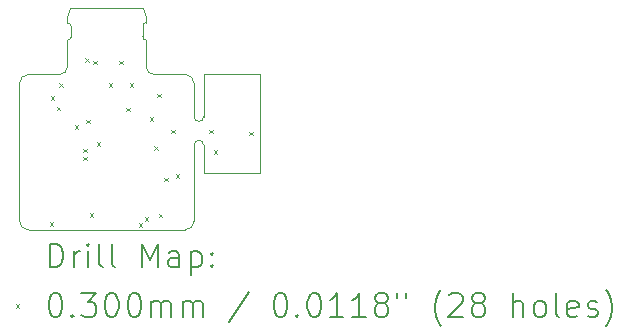
<source format=gbr>
%TF.GenerationSoftware,KiCad,Pcbnew,8.0.1-8.0.1-0~ubuntu20.04.1*%
%TF.CreationDate,2024-06-12T16:16:27+01:00*%
%TF.ProjectId,smolpad,736d6f6c-7061-4642-9e6b-696361645f70,rev?*%
%TF.SameCoordinates,Original*%
%TF.FileFunction,Drillmap*%
%TF.FilePolarity,Positive*%
%FSLAX45Y45*%
G04 Gerber Fmt 4.5, Leading zero omitted, Abs format (unit mm)*
G04 Created by KiCad (PCBNEW 8.0.1-8.0.1-0~ubuntu20.04.1) date 2024-06-12 16:16:27*
%MOMM*%
%LPD*%
G01*
G04 APERTURE LIST*
%ADD10C,0.050000*%
%ADD11C,0.200000*%
%ADD12C,0.100000*%
G04 APERTURE END LIST*
D10*
X4740000Y-3940000D02*
G75*
G02*
X4820000Y-3940000I40000J0D01*
G01*
X4334500Y-3280000D02*
X4334500Y-3222500D01*
X4740000Y-4580000D02*
G75*
G02*
X4660000Y-4660000I-80000J0D01*
G01*
X4820000Y-3700000D02*
X4820000Y-3340000D01*
X3665500Y-3280000D02*
G75*
G02*
X3605500Y-3340000I-60000J0D01*
G01*
X5300000Y-4180000D02*
X4820000Y-4180000D01*
X4740000Y-3700000D02*
X4740000Y-3420000D01*
X4394500Y-3340000D02*
G75*
G02*
X4334500Y-3280000I0J60000D01*
G01*
X3260000Y-3420000D02*
X3260000Y-4580000D01*
X4820000Y-3700000D02*
G75*
G02*
X4740000Y-3700000I-40000J0D01*
G01*
X4820000Y-4180000D02*
X4820000Y-3940000D01*
X3665500Y-3280000D02*
X3665500Y-3222500D01*
X3260000Y-3420000D02*
G75*
G02*
X3340000Y-3340000I80000J0D01*
G01*
X4660000Y-3340000D02*
G75*
G02*
X4740000Y-3420000I0J-80000D01*
G01*
X4660000Y-3340000D02*
X4394500Y-3340000D01*
X5300000Y-3340000D02*
X5300000Y-4180000D01*
X3340000Y-4660000D02*
G75*
G02*
X3260000Y-4580000I0J80000D01*
G01*
X3340000Y-3340000D02*
X3605500Y-3340000D01*
X4820000Y-3340000D02*
X5300000Y-3340000D01*
X4740000Y-4580000D02*
X4740000Y-3940000D01*
X3340000Y-4660000D02*
X4660000Y-4660000D01*
X3665500Y-2902500D02*
X3665500Y-2857500D01*
X3665500Y-3222500D02*
X3665500Y-3052500D01*
X3690500Y-2777500D02*
X3665500Y-2857500D01*
X3690500Y-2777500D02*
X4309500Y-2777500D01*
X3695500Y-2932500D02*
X3695500Y-3022500D01*
X4304500Y-2932500D02*
X4304500Y-3022500D01*
X4334500Y-2857500D02*
X4309500Y-2777500D01*
X4334500Y-2902500D02*
X4334500Y-2857500D01*
X4334500Y-3222500D02*
X4334500Y-3052500D01*
X3665500Y-2902500D02*
G75*
G02*
X3695500Y-2932500I0J-30000D01*
G01*
X3695500Y-3022500D02*
G75*
G02*
X3665500Y-3052500I-30000J0D01*
G01*
X4304500Y-2932500D02*
G75*
G02*
X4334500Y-2902500I30000J0D01*
G01*
X4334500Y-3052500D02*
G75*
G02*
X4304500Y-3022500I0J30000D01*
G01*
D11*
D12*
X3515000Y-4595000D02*
X3545000Y-4625000D01*
X3545000Y-4595000D02*
X3515000Y-4625000D01*
X3525000Y-3525000D02*
X3555000Y-3555000D01*
X3555000Y-3525000D02*
X3525000Y-3555000D01*
X3575000Y-3615000D02*
X3605000Y-3645000D01*
X3605000Y-3615000D02*
X3575000Y-3645000D01*
X3595000Y-3415000D02*
X3625000Y-3445000D01*
X3625000Y-3415000D02*
X3595000Y-3445000D01*
X3730000Y-3771000D02*
X3760000Y-3801000D01*
X3760000Y-3771000D02*
X3730000Y-3801000D01*
X3800000Y-3968891D02*
X3830000Y-3998891D01*
X3830000Y-3968891D02*
X3800000Y-3998891D01*
X3801509Y-4038778D02*
X3831509Y-4068778D01*
X3831509Y-4038778D02*
X3801509Y-4068778D01*
X3818345Y-3203619D02*
X3848345Y-3233619D01*
X3848345Y-3203619D02*
X3818345Y-3233619D01*
X3825000Y-3725000D02*
X3855000Y-3755000D01*
X3855000Y-3725000D02*
X3825000Y-3755000D01*
X3855000Y-4515000D02*
X3885000Y-4545000D01*
X3885000Y-4515000D02*
X3855000Y-4545000D01*
X3885000Y-3225000D02*
X3915000Y-3255000D01*
X3915000Y-3225000D02*
X3885000Y-3255000D01*
X3915719Y-3914281D02*
X3945719Y-3944281D01*
X3945719Y-3914281D02*
X3915719Y-3944281D01*
X4017340Y-3415000D02*
X4047340Y-3445000D01*
X4047340Y-3415000D02*
X4017340Y-3445000D01*
X4105000Y-3225000D02*
X4135000Y-3255000D01*
X4135000Y-3225000D02*
X4105000Y-3255000D01*
X4165000Y-3625000D02*
X4195000Y-3655000D01*
X4195000Y-3625000D02*
X4165000Y-3655000D01*
X4195000Y-3415000D02*
X4225000Y-3445000D01*
X4225000Y-3415000D02*
X4195000Y-3445000D01*
X4271979Y-4600000D02*
X4301979Y-4630000D01*
X4301979Y-4600000D02*
X4271979Y-4630000D01*
X4320172Y-4549346D02*
X4350172Y-4579346D01*
X4350172Y-4549346D02*
X4320172Y-4579346D01*
X4365000Y-3705000D02*
X4395000Y-3735000D01*
X4395000Y-3705000D02*
X4365000Y-3735000D01*
X4400000Y-3950000D02*
X4430000Y-3980000D01*
X4430000Y-3950000D02*
X4400000Y-3980000D01*
X4425000Y-3505000D02*
X4455000Y-3535000D01*
X4455000Y-3505000D02*
X4425000Y-3535000D01*
X4439099Y-4520000D02*
X4469099Y-4550000D01*
X4469099Y-4520000D02*
X4439099Y-4550000D01*
X4485000Y-4217500D02*
X4515000Y-4247500D01*
X4515000Y-4217500D02*
X4485000Y-4247500D01*
X4545000Y-3810000D02*
X4575000Y-3840000D01*
X4575000Y-3810000D02*
X4545000Y-3840000D01*
X4585000Y-4185000D02*
X4615000Y-4215000D01*
X4615000Y-4185000D02*
X4585000Y-4215000D01*
X4865000Y-3810254D02*
X4895000Y-3840254D01*
X4895000Y-3810254D02*
X4865000Y-3840254D01*
X4905000Y-3985000D02*
X4935000Y-4015000D01*
X4935000Y-3985000D02*
X4905000Y-4015000D01*
X5205000Y-3825000D02*
X5235000Y-3855000D01*
X5235000Y-3825000D02*
X5205000Y-3855000D01*
D11*
X3518277Y-4973984D02*
X3518277Y-4773984D01*
X3518277Y-4773984D02*
X3565896Y-4773984D01*
X3565896Y-4773984D02*
X3594467Y-4783508D01*
X3594467Y-4783508D02*
X3613515Y-4802555D01*
X3613515Y-4802555D02*
X3623039Y-4821603D01*
X3623039Y-4821603D02*
X3632562Y-4859698D01*
X3632562Y-4859698D02*
X3632562Y-4888270D01*
X3632562Y-4888270D02*
X3623039Y-4926365D01*
X3623039Y-4926365D02*
X3613515Y-4945412D01*
X3613515Y-4945412D02*
X3594467Y-4964460D01*
X3594467Y-4964460D02*
X3565896Y-4973984D01*
X3565896Y-4973984D02*
X3518277Y-4973984D01*
X3718277Y-4973984D02*
X3718277Y-4840650D01*
X3718277Y-4878746D02*
X3727801Y-4859698D01*
X3727801Y-4859698D02*
X3737324Y-4850174D01*
X3737324Y-4850174D02*
X3756372Y-4840650D01*
X3756372Y-4840650D02*
X3775420Y-4840650D01*
X3842086Y-4973984D02*
X3842086Y-4840650D01*
X3842086Y-4773984D02*
X3832562Y-4783508D01*
X3832562Y-4783508D02*
X3842086Y-4793031D01*
X3842086Y-4793031D02*
X3851610Y-4783508D01*
X3851610Y-4783508D02*
X3842086Y-4773984D01*
X3842086Y-4773984D02*
X3842086Y-4793031D01*
X3965896Y-4973984D02*
X3946848Y-4964460D01*
X3946848Y-4964460D02*
X3937324Y-4945412D01*
X3937324Y-4945412D02*
X3937324Y-4773984D01*
X4070658Y-4973984D02*
X4051610Y-4964460D01*
X4051610Y-4964460D02*
X4042086Y-4945412D01*
X4042086Y-4945412D02*
X4042086Y-4773984D01*
X4299229Y-4973984D02*
X4299229Y-4773984D01*
X4299229Y-4773984D02*
X4365896Y-4916841D01*
X4365896Y-4916841D02*
X4432563Y-4773984D01*
X4432563Y-4773984D02*
X4432563Y-4973984D01*
X4613515Y-4973984D02*
X4613515Y-4869222D01*
X4613515Y-4869222D02*
X4603991Y-4850174D01*
X4603991Y-4850174D02*
X4584944Y-4840650D01*
X4584944Y-4840650D02*
X4546848Y-4840650D01*
X4546848Y-4840650D02*
X4527801Y-4850174D01*
X4613515Y-4964460D02*
X4594467Y-4973984D01*
X4594467Y-4973984D02*
X4546848Y-4973984D01*
X4546848Y-4973984D02*
X4527801Y-4964460D01*
X4527801Y-4964460D02*
X4518277Y-4945412D01*
X4518277Y-4945412D02*
X4518277Y-4926365D01*
X4518277Y-4926365D02*
X4527801Y-4907317D01*
X4527801Y-4907317D02*
X4546848Y-4897793D01*
X4546848Y-4897793D02*
X4594467Y-4897793D01*
X4594467Y-4897793D02*
X4613515Y-4888270D01*
X4708753Y-4840650D02*
X4708753Y-5040650D01*
X4708753Y-4850174D02*
X4727801Y-4840650D01*
X4727801Y-4840650D02*
X4765896Y-4840650D01*
X4765896Y-4840650D02*
X4784944Y-4850174D01*
X4784944Y-4850174D02*
X4794467Y-4859698D01*
X4794467Y-4859698D02*
X4803991Y-4878746D01*
X4803991Y-4878746D02*
X4803991Y-4935889D01*
X4803991Y-4935889D02*
X4794467Y-4954936D01*
X4794467Y-4954936D02*
X4784944Y-4964460D01*
X4784944Y-4964460D02*
X4765896Y-4973984D01*
X4765896Y-4973984D02*
X4727801Y-4973984D01*
X4727801Y-4973984D02*
X4708753Y-4964460D01*
X4889705Y-4954936D02*
X4899229Y-4964460D01*
X4899229Y-4964460D02*
X4889705Y-4973984D01*
X4889705Y-4973984D02*
X4880182Y-4964460D01*
X4880182Y-4964460D02*
X4889705Y-4954936D01*
X4889705Y-4954936D02*
X4889705Y-4973984D01*
X4889705Y-4850174D02*
X4899229Y-4859698D01*
X4899229Y-4859698D02*
X4889705Y-4869222D01*
X4889705Y-4869222D02*
X4880182Y-4859698D01*
X4880182Y-4859698D02*
X4889705Y-4850174D01*
X4889705Y-4850174D02*
X4889705Y-4869222D01*
D12*
X3227500Y-5287500D02*
X3257500Y-5317500D01*
X3257500Y-5287500D02*
X3227500Y-5317500D01*
D11*
X3556372Y-5193984D02*
X3575420Y-5193984D01*
X3575420Y-5193984D02*
X3594467Y-5203508D01*
X3594467Y-5203508D02*
X3603991Y-5213031D01*
X3603991Y-5213031D02*
X3613515Y-5232079D01*
X3613515Y-5232079D02*
X3623039Y-5270174D01*
X3623039Y-5270174D02*
X3623039Y-5317793D01*
X3623039Y-5317793D02*
X3613515Y-5355889D01*
X3613515Y-5355889D02*
X3603991Y-5374936D01*
X3603991Y-5374936D02*
X3594467Y-5384460D01*
X3594467Y-5384460D02*
X3575420Y-5393984D01*
X3575420Y-5393984D02*
X3556372Y-5393984D01*
X3556372Y-5393984D02*
X3537324Y-5384460D01*
X3537324Y-5384460D02*
X3527801Y-5374936D01*
X3527801Y-5374936D02*
X3518277Y-5355889D01*
X3518277Y-5355889D02*
X3508753Y-5317793D01*
X3508753Y-5317793D02*
X3508753Y-5270174D01*
X3508753Y-5270174D02*
X3518277Y-5232079D01*
X3518277Y-5232079D02*
X3527801Y-5213031D01*
X3527801Y-5213031D02*
X3537324Y-5203508D01*
X3537324Y-5203508D02*
X3556372Y-5193984D01*
X3708753Y-5374936D02*
X3718277Y-5384460D01*
X3718277Y-5384460D02*
X3708753Y-5393984D01*
X3708753Y-5393984D02*
X3699229Y-5384460D01*
X3699229Y-5384460D02*
X3708753Y-5374936D01*
X3708753Y-5374936D02*
X3708753Y-5393984D01*
X3784943Y-5193984D02*
X3908753Y-5193984D01*
X3908753Y-5193984D02*
X3842086Y-5270174D01*
X3842086Y-5270174D02*
X3870658Y-5270174D01*
X3870658Y-5270174D02*
X3889705Y-5279698D01*
X3889705Y-5279698D02*
X3899229Y-5289222D01*
X3899229Y-5289222D02*
X3908753Y-5308270D01*
X3908753Y-5308270D02*
X3908753Y-5355889D01*
X3908753Y-5355889D02*
X3899229Y-5374936D01*
X3899229Y-5374936D02*
X3889705Y-5384460D01*
X3889705Y-5384460D02*
X3870658Y-5393984D01*
X3870658Y-5393984D02*
X3813515Y-5393984D01*
X3813515Y-5393984D02*
X3794467Y-5384460D01*
X3794467Y-5384460D02*
X3784943Y-5374936D01*
X4032562Y-5193984D02*
X4051610Y-5193984D01*
X4051610Y-5193984D02*
X4070658Y-5203508D01*
X4070658Y-5203508D02*
X4080182Y-5213031D01*
X4080182Y-5213031D02*
X4089705Y-5232079D01*
X4089705Y-5232079D02*
X4099229Y-5270174D01*
X4099229Y-5270174D02*
X4099229Y-5317793D01*
X4099229Y-5317793D02*
X4089705Y-5355889D01*
X4089705Y-5355889D02*
X4080182Y-5374936D01*
X4080182Y-5374936D02*
X4070658Y-5384460D01*
X4070658Y-5384460D02*
X4051610Y-5393984D01*
X4051610Y-5393984D02*
X4032562Y-5393984D01*
X4032562Y-5393984D02*
X4013515Y-5384460D01*
X4013515Y-5384460D02*
X4003991Y-5374936D01*
X4003991Y-5374936D02*
X3994467Y-5355889D01*
X3994467Y-5355889D02*
X3984943Y-5317793D01*
X3984943Y-5317793D02*
X3984943Y-5270174D01*
X3984943Y-5270174D02*
X3994467Y-5232079D01*
X3994467Y-5232079D02*
X4003991Y-5213031D01*
X4003991Y-5213031D02*
X4013515Y-5203508D01*
X4013515Y-5203508D02*
X4032562Y-5193984D01*
X4223039Y-5193984D02*
X4242086Y-5193984D01*
X4242086Y-5193984D02*
X4261134Y-5203508D01*
X4261134Y-5203508D02*
X4270658Y-5213031D01*
X4270658Y-5213031D02*
X4280182Y-5232079D01*
X4280182Y-5232079D02*
X4289705Y-5270174D01*
X4289705Y-5270174D02*
X4289705Y-5317793D01*
X4289705Y-5317793D02*
X4280182Y-5355889D01*
X4280182Y-5355889D02*
X4270658Y-5374936D01*
X4270658Y-5374936D02*
X4261134Y-5384460D01*
X4261134Y-5384460D02*
X4242086Y-5393984D01*
X4242086Y-5393984D02*
X4223039Y-5393984D01*
X4223039Y-5393984D02*
X4203991Y-5384460D01*
X4203991Y-5384460D02*
X4194467Y-5374936D01*
X4194467Y-5374936D02*
X4184943Y-5355889D01*
X4184943Y-5355889D02*
X4175420Y-5317793D01*
X4175420Y-5317793D02*
X4175420Y-5270174D01*
X4175420Y-5270174D02*
X4184943Y-5232079D01*
X4184943Y-5232079D02*
X4194467Y-5213031D01*
X4194467Y-5213031D02*
X4203991Y-5203508D01*
X4203991Y-5203508D02*
X4223039Y-5193984D01*
X4375420Y-5393984D02*
X4375420Y-5260650D01*
X4375420Y-5279698D02*
X4384944Y-5270174D01*
X4384944Y-5270174D02*
X4403991Y-5260650D01*
X4403991Y-5260650D02*
X4432563Y-5260650D01*
X4432563Y-5260650D02*
X4451610Y-5270174D01*
X4451610Y-5270174D02*
X4461134Y-5289222D01*
X4461134Y-5289222D02*
X4461134Y-5393984D01*
X4461134Y-5289222D02*
X4470658Y-5270174D01*
X4470658Y-5270174D02*
X4489705Y-5260650D01*
X4489705Y-5260650D02*
X4518277Y-5260650D01*
X4518277Y-5260650D02*
X4537325Y-5270174D01*
X4537325Y-5270174D02*
X4546848Y-5289222D01*
X4546848Y-5289222D02*
X4546848Y-5393984D01*
X4642086Y-5393984D02*
X4642086Y-5260650D01*
X4642086Y-5279698D02*
X4651610Y-5270174D01*
X4651610Y-5270174D02*
X4670658Y-5260650D01*
X4670658Y-5260650D02*
X4699229Y-5260650D01*
X4699229Y-5260650D02*
X4718277Y-5270174D01*
X4718277Y-5270174D02*
X4727801Y-5289222D01*
X4727801Y-5289222D02*
X4727801Y-5393984D01*
X4727801Y-5289222D02*
X4737325Y-5270174D01*
X4737325Y-5270174D02*
X4756372Y-5260650D01*
X4756372Y-5260650D02*
X4784944Y-5260650D01*
X4784944Y-5260650D02*
X4803991Y-5270174D01*
X4803991Y-5270174D02*
X4813515Y-5289222D01*
X4813515Y-5289222D02*
X4813515Y-5393984D01*
X5203991Y-5184460D02*
X5032563Y-5441603D01*
X5461134Y-5193984D02*
X5480182Y-5193984D01*
X5480182Y-5193984D02*
X5499229Y-5203508D01*
X5499229Y-5203508D02*
X5508753Y-5213031D01*
X5508753Y-5213031D02*
X5518277Y-5232079D01*
X5518277Y-5232079D02*
X5527801Y-5270174D01*
X5527801Y-5270174D02*
X5527801Y-5317793D01*
X5527801Y-5317793D02*
X5518277Y-5355889D01*
X5518277Y-5355889D02*
X5508753Y-5374936D01*
X5508753Y-5374936D02*
X5499229Y-5384460D01*
X5499229Y-5384460D02*
X5480182Y-5393984D01*
X5480182Y-5393984D02*
X5461134Y-5393984D01*
X5461134Y-5393984D02*
X5442087Y-5384460D01*
X5442087Y-5384460D02*
X5432563Y-5374936D01*
X5432563Y-5374936D02*
X5423039Y-5355889D01*
X5423039Y-5355889D02*
X5413515Y-5317793D01*
X5413515Y-5317793D02*
X5413515Y-5270174D01*
X5413515Y-5270174D02*
X5423039Y-5232079D01*
X5423039Y-5232079D02*
X5432563Y-5213031D01*
X5432563Y-5213031D02*
X5442087Y-5203508D01*
X5442087Y-5203508D02*
X5461134Y-5193984D01*
X5613515Y-5374936D02*
X5623039Y-5384460D01*
X5623039Y-5384460D02*
X5613515Y-5393984D01*
X5613515Y-5393984D02*
X5603991Y-5384460D01*
X5603991Y-5384460D02*
X5613515Y-5374936D01*
X5613515Y-5374936D02*
X5613515Y-5393984D01*
X5746848Y-5193984D02*
X5765896Y-5193984D01*
X5765896Y-5193984D02*
X5784944Y-5203508D01*
X5784944Y-5203508D02*
X5794467Y-5213031D01*
X5794467Y-5213031D02*
X5803991Y-5232079D01*
X5803991Y-5232079D02*
X5813515Y-5270174D01*
X5813515Y-5270174D02*
X5813515Y-5317793D01*
X5813515Y-5317793D02*
X5803991Y-5355889D01*
X5803991Y-5355889D02*
X5794467Y-5374936D01*
X5794467Y-5374936D02*
X5784944Y-5384460D01*
X5784944Y-5384460D02*
X5765896Y-5393984D01*
X5765896Y-5393984D02*
X5746848Y-5393984D01*
X5746848Y-5393984D02*
X5727801Y-5384460D01*
X5727801Y-5384460D02*
X5718277Y-5374936D01*
X5718277Y-5374936D02*
X5708753Y-5355889D01*
X5708753Y-5355889D02*
X5699229Y-5317793D01*
X5699229Y-5317793D02*
X5699229Y-5270174D01*
X5699229Y-5270174D02*
X5708753Y-5232079D01*
X5708753Y-5232079D02*
X5718277Y-5213031D01*
X5718277Y-5213031D02*
X5727801Y-5203508D01*
X5727801Y-5203508D02*
X5746848Y-5193984D01*
X6003991Y-5393984D02*
X5889706Y-5393984D01*
X5946848Y-5393984D02*
X5946848Y-5193984D01*
X5946848Y-5193984D02*
X5927801Y-5222555D01*
X5927801Y-5222555D02*
X5908753Y-5241603D01*
X5908753Y-5241603D02*
X5889706Y-5251127D01*
X6194467Y-5393984D02*
X6080182Y-5393984D01*
X6137325Y-5393984D02*
X6137325Y-5193984D01*
X6137325Y-5193984D02*
X6118277Y-5222555D01*
X6118277Y-5222555D02*
X6099229Y-5241603D01*
X6099229Y-5241603D02*
X6080182Y-5251127D01*
X6308753Y-5279698D02*
X6289706Y-5270174D01*
X6289706Y-5270174D02*
X6280182Y-5260650D01*
X6280182Y-5260650D02*
X6270658Y-5241603D01*
X6270658Y-5241603D02*
X6270658Y-5232079D01*
X6270658Y-5232079D02*
X6280182Y-5213031D01*
X6280182Y-5213031D02*
X6289706Y-5203508D01*
X6289706Y-5203508D02*
X6308753Y-5193984D01*
X6308753Y-5193984D02*
X6346848Y-5193984D01*
X6346848Y-5193984D02*
X6365896Y-5203508D01*
X6365896Y-5203508D02*
X6375420Y-5213031D01*
X6375420Y-5213031D02*
X6384944Y-5232079D01*
X6384944Y-5232079D02*
X6384944Y-5241603D01*
X6384944Y-5241603D02*
X6375420Y-5260650D01*
X6375420Y-5260650D02*
X6365896Y-5270174D01*
X6365896Y-5270174D02*
X6346848Y-5279698D01*
X6346848Y-5279698D02*
X6308753Y-5279698D01*
X6308753Y-5279698D02*
X6289706Y-5289222D01*
X6289706Y-5289222D02*
X6280182Y-5298746D01*
X6280182Y-5298746D02*
X6270658Y-5317793D01*
X6270658Y-5317793D02*
X6270658Y-5355889D01*
X6270658Y-5355889D02*
X6280182Y-5374936D01*
X6280182Y-5374936D02*
X6289706Y-5384460D01*
X6289706Y-5384460D02*
X6308753Y-5393984D01*
X6308753Y-5393984D02*
X6346848Y-5393984D01*
X6346848Y-5393984D02*
X6365896Y-5384460D01*
X6365896Y-5384460D02*
X6375420Y-5374936D01*
X6375420Y-5374936D02*
X6384944Y-5355889D01*
X6384944Y-5355889D02*
X6384944Y-5317793D01*
X6384944Y-5317793D02*
X6375420Y-5298746D01*
X6375420Y-5298746D02*
X6365896Y-5289222D01*
X6365896Y-5289222D02*
X6346848Y-5279698D01*
X6461134Y-5193984D02*
X6461134Y-5232079D01*
X6537325Y-5193984D02*
X6537325Y-5232079D01*
X6832563Y-5470174D02*
X6823039Y-5460650D01*
X6823039Y-5460650D02*
X6803991Y-5432079D01*
X6803991Y-5432079D02*
X6794468Y-5413031D01*
X6794468Y-5413031D02*
X6784944Y-5384460D01*
X6784944Y-5384460D02*
X6775420Y-5336841D01*
X6775420Y-5336841D02*
X6775420Y-5298746D01*
X6775420Y-5298746D02*
X6784944Y-5251127D01*
X6784944Y-5251127D02*
X6794468Y-5222555D01*
X6794468Y-5222555D02*
X6803991Y-5203508D01*
X6803991Y-5203508D02*
X6823039Y-5174936D01*
X6823039Y-5174936D02*
X6832563Y-5165412D01*
X6899229Y-5213031D02*
X6908753Y-5203508D01*
X6908753Y-5203508D02*
X6927801Y-5193984D01*
X6927801Y-5193984D02*
X6975420Y-5193984D01*
X6975420Y-5193984D02*
X6994468Y-5203508D01*
X6994468Y-5203508D02*
X7003991Y-5213031D01*
X7003991Y-5213031D02*
X7013515Y-5232079D01*
X7013515Y-5232079D02*
X7013515Y-5251127D01*
X7013515Y-5251127D02*
X7003991Y-5279698D01*
X7003991Y-5279698D02*
X6889706Y-5393984D01*
X6889706Y-5393984D02*
X7013515Y-5393984D01*
X7127801Y-5279698D02*
X7108753Y-5270174D01*
X7108753Y-5270174D02*
X7099229Y-5260650D01*
X7099229Y-5260650D02*
X7089706Y-5241603D01*
X7089706Y-5241603D02*
X7089706Y-5232079D01*
X7089706Y-5232079D02*
X7099229Y-5213031D01*
X7099229Y-5213031D02*
X7108753Y-5203508D01*
X7108753Y-5203508D02*
X7127801Y-5193984D01*
X7127801Y-5193984D02*
X7165896Y-5193984D01*
X7165896Y-5193984D02*
X7184944Y-5203508D01*
X7184944Y-5203508D02*
X7194468Y-5213031D01*
X7194468Y-5213031D02*
X7203991Y-5232079D01*
X7203991Y-5232079D02*
X7203991Y-5241603D01*
X7203991Y-5241603D02*
X7194468Y-5260650D01*
X7194468Y-5260650D02*
X7184944Y-5270174D01*
X7184944Y-5270174D02*
X7165896Y-5279698D01*
X7165896Y-5279698D02*
X7127801Y-5279698D01*
X7127801Y-5279698D02*
X7108753Y-5289222D01*
X7108753Y-5289222D02*
X7099229Y-5298746D01*
X7099229Y-5298746D02*
X7089706Y-5317793D01*
X7089706Y-5317793D02*
X7089706Y-5355889D01*
X7089706Y-5355889D02*
X7099229Y-5374936D01*
X7099229Y-5374936D02*
X7108753Y-5384460D01*
X7108753Y-5384460D02*
X7127801Y-5393984D01*
X7127801Y-5393984D02*
X7165896Y-5393984D01*
X7165896Y-5393984D02*
X7184944Y-5384460D01*
X7184944Y-5384460D02*
X7194468Y-5374936D01*
X7194468Y-5374936D02*
X7203991Y-5355889D01*
X7203991Y-5355889D02*
X7203991Y-5317793D01*
X7203991Y-5317793D02*
X7194468Y-5298746D01*
X7194468Y-5298746D02*
X7184944Y-5289222D01*
X7184944Y-5289222D02*
X7165896Y-5279698D01*
X7442087Y-5393984D02*
X7442087Y-5193984D01*
X7527801Y-5393984D02*
X7527801Y-5289222D01*
X7527801Y-5289222D02*
X7518277Y-5270174D01*
X7518277Y-5270174D02*
X7499230Y-5260650D01*
X7499230Y-5260650D02*
X7470658Y-5260650D01*
X7470658Y-5260650D02*
X7451610Y-5270174D01*
X7451610Y-5270174D02*
X7442087Y-5279698D01*
X7651610Y-5393984D02*
X7632563Y-5384460D01*
X7632563Y-5384460D02*
X7623039Y-5374936D01*
X7623039Y-5374936D02*
X7613515Y-5355889D01*
X7613515Y-5355889D02*
X7613515Y-5298746D01*
X7613515Y-5298746D02*
X7623039Y-5279698D01*
X7623039Y-5279698D02*
X7632563Y-5270174D01*
X7632563Y-5270174D02*
X7651610Y-5260650D01*
X7651610Y-5260650D02*
X7680182Y-5260650D01*
X7680182Y-5260650D02*
X7699230Y-5270174D01*
X7699230Y-5270174D02*
X7708753Y-5279698D01*
X7708753Y-5279698D02*
X7718277Y-5298746D01*
X7718277Y-5298746D02*
X7718277Y-5355889D01*
X7718277Y-5355889D02*
X7708753Y-5374936D01*
X7708753Y-5374936D02*
X7699230Y-5384460D01*
X7699230Y-5384460D02*
X7680182Y-5393984D01*
X7680182Y-5393984D02*
X7651610Y-5393984D01*
X7832563Y-5393984D02*
X7813515Y-5384460D01*
X7813515Y-5384460D02*
X7803991Y-5365412D01*
X7803991Y-5365412D02*
X7803991Y-5193984D01*
X7984944Y-5384460D02*
X7965896Y-5393984D01*
X7965896Y-5393984D02*
X7927801Y-5393984D01*
X7927801Y-5393984D02*
X7908753Y-5384460D01*
X7908753Y-5384460D02*
X7899230Y-5365412D01*
X7899230Y-5365412D02*
X7899230Y-5289222D01*
X7899230Y-5289222D02*
X7908753Y-5270174D01*
X7908753Y-5270174D02*
X7927801Y-5260650D01*
X7927801Y-5260650D02*
X7965896Y-5260650D01*
X7965896Y-5260650D02*
X7984944Y-5270174D01*
X7984944Y-5270174D02*
X7994468Y-5289222D01*
X7994468Y-5289222D02*
X7994468Y-5308270D01*
X7994468Y-5308270D02*
X7899230Y-5327317D01*
X8070658Y-5384460D02*
X8089706Y-5393984D01*
X8089706Y-5393984D02*
X8127801Y-5393984D01*
X8127801Y-5393984D02*
X8146849Y-5384460D01*
X8146849Y-5384460D02*
X8156372Y-5365412D01*
X8156372Y-5365412D02*
X8156372Y-5355889D01*
X8156372Y-5355889D02*
X8146849Y-5336841D01*
X8146849Y-5336841D02*
X8127801Y-5327317D01*
X8127801Y-5327317D02*
X8099230Y-5327317D01*
X8099230Y-5327317D02*
X8080182Y-5317793D01*
X8080182Y-5317793D02*
X8070658Y-5298746D01*
X8070658Y-5298746D02*
X8070658Y-5289222D01*
X8070658Y-5289222D02*
X8080182Y-5270174D01*
X8080182Y-5270174D02*
X8099230Y-5260650D01*
X8099230Y-5260650D02*
X8127801Y-5260650D01*
X8127801Y-5260650D02*
X8146849Y-5270174D01*
X8223039Y-5470174D02*
X8232563Y-5460650D01*
X8232563Y-5460650D02*
X8251611Y-5432079D01*
X8251611Y-5432079D02*
X8261134Y-5413031D01*
X8261134Y-5413031D02*
X8270658Y-5384460D01*
X8270658Y-5384460D02*
X8280182Y-5336841D01*
X8280182Y-5336841D02*
X8280182Y-5298746D01*
X8280182Y-5298746D02*
X8270658Y-5251127D01*
X8270658Y-5251127D02*
X8261134Y-5222555D01*
X8261134Y-5222555D02*
X8251611Y-5203508D01*
X8251611Y-5203508D02*
X8232563Y-5174936D01*
X8232563Y-5174936D02*
X8223039Y-5165412D01*
M02*

</source>
